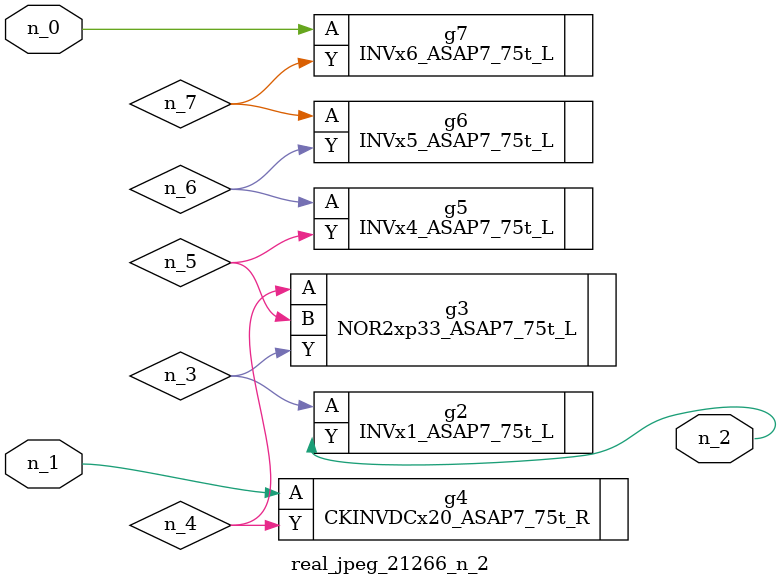
<source format=v>
module real_jpeg_21266_n_2 (n_1, n_0, n_2);

input n_1;
input n_0;

output n_2;

wire n_5;
wire n_4;
wire n_6;
wire n_7;
wire n_3;

INVx6_ASAP7_75t_L g7 ( 
.A(n_0),
.Y(n_7)
);

CKINVDCx20_ASAP7_75t_R g4 ( 
.A(n_1),
.Y(n_4)
);

INVx1_ASAP7_75t_L g2 ( 
.A(n_3),
.Y(n_2)
);

NOR2xp33_ASAP7_75t_L g3 ( 
.A(n_4),
.B(n_5),
.Y(n_3)
);

INVx4_ASAP7_75t_L g5 ( 
.A(n_6),
.Y(n_5)
);

INVx5_ASAP7_75t_L g6 ( 
.A(n_7),
.Y(n_6)
);


endmodule
</source>
